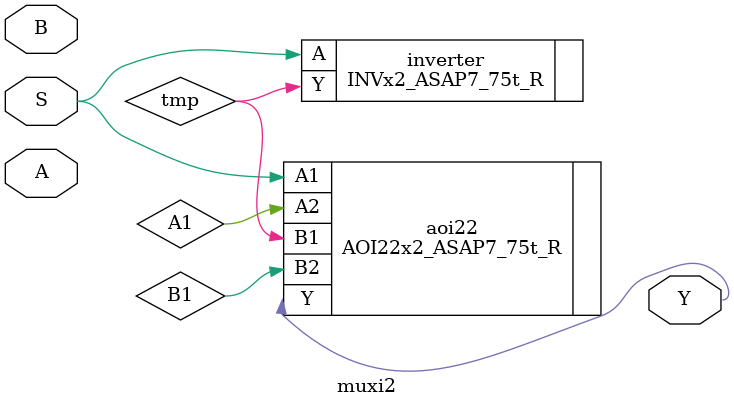
<source format=v>
module inverter
(
    Y, A
);
    output Y;
    input A;

    INVx2_ASAP7_75t_R inverter(.Y(Y), .A(A));

endmodule

// Buffer
module buffer
(
    Y, A
);
    output Y;
    input A;

    BUFx2_ASAP7_75t_R buffer(.X(Y), .A(A));

endmodule

// NAND2
module nand2
(
    Y, A, B
);
    output Y;
    input A, B;

    NAND2x2_ASAP7_75t_R nand2(.Y(Y), .A(A), .B(B));

endmodule

// NOR2
module nor2
(
    Y, A, B
);
    output Y;
    input A, B;

    NOR2x2_ASAP7_75t_R nor2(.Y(Y), .A(A), .B(B));

endmodule

// AND2
module and2
(
    Y, A, B
);
    output Y;
    input A, B;

    AND2x2_ASAP7_75t_R and2(.X(Y), .A(A), .B(B));

endmodule

// OR2
module or2
(
    Y, A, B
);
    output Y;
    input A, B;

    OR2x2_ASAP7_75t_R or2(.X(Y), .A(A), .B(B));

endmodule

// NAND3
module nand3
(
    Y, A, B, C
);
    output Y;
    input A, B, C;

    NAND3x2_ASAP7_75t_R nand3(.Y(Y), .A(A), .B(B), .C(C));

endmodule

// NOR3
module nor3
(
    Y, A, B, C
);
    output Y;
    input A, B, C;

    NOR3x2_ASAP7_75t_R nor3(.Y(Y), .A(A), .B(B), .C(C));

endmodule

// AND3
module and3
(
    Y, A, B, C
);
    output Y;
    input A, B, C;

    AND3x2_ASAP7_75t_R and3(.X(Y), .A(A), .B(B), .C(C));

endmodule

// OR3
module or3
(
    Y, A, B, C
);
    output Y;
    input A, B, C;

    OR3x2_ASAP7_75t_R or3(.X(Y), .A(A), .B(B), .C(C));

endmodule

// NAND4
module nand4
(
    Y, A, B, C, D
);
    output Y;
    input A, B, C, D;

    NAND4x2_ASAP7_75t_R nand4(.Y(Y), .A(A), .B(B), .C(C), .D(D));

endmodule

// NOR4
module nor4
(
    Y, A, B, C, D
);
    output Y;
    input A, B, C, D;

    NOR4x2_ASAP7_75t_R nor4(.Y(Y), .A(A), .B(B), .C(C), .D(D));

endmodule

// AND4
module and4
(
    Y, A, B, C, D
);
    output Y;
    input A, B, C, D;

    AND4x2_ASAP7_75t_R and4(.X(Y), .A(A), .B(B), .C(C), .D(D));

endmodule

// OR4
module or4
(
    Y, A, B, C, D
);
    output Y;
    input A, B, C, D;

    OR4x2_ASAP7_75t_R or4(.X(Y), .A(A), .B(B), .C(C), .D(D));

endmodule

// NAND2B
module nand2b
(
    Y, A, B
);
    output Y;
    input A, B;

    wire tmp;

    INVx2_ASAP7_75t_R inverter(.Y(tmp), .A(A));
    NAND2x2_ASAP7_75t_R nand2(.Y(Y), .A(tmp), .B(B));

endmodule

// NOR2B
module nor2b
(
    Y, A, B
);
    output Y;
    input A, B;

    wire tmp;

    INVx2_ASAP7_75t_R inverter(.Y(tmp), .A(A));
    NAND2x2_ASAP7_75t_R nor2(.Y(Y), .A(tmp), .B(B));

endmodule

// AO21
module ao21
(
    Y, A0, A1, B0
);
    output Y;
    input A0, A1, B0;

    AO21x2_ASAP7_75t_R ao21(.X(Y), .A1(A0), .A2(A1), .B1(B0));

endmodule

// OA21
module oa21
(
    Y, A0, A1, B0
);
    output Y;
    input A0, A1, B0;

    OA21x2_ASAP7_75t_R oa21(.X(Y), .A1(A0), .A2(A1), .B1(B0));

endmodule

// AOI21
module aoi21
(
    Y, A0, A1, B0
);
    output Y;
    input A0, A1, B0;

    AOI21x2_ASAP7_75t_R aoi21(.Y(Y), .A1(A0), .A2(A1), .B1(B0));

endmodule

// OAI21
module oai21
(
    Y, A0, A1, B0
);
    output Y;
    input A0, A1, B0;

    OAI21x2_ASAP7_75t_R oai21(.X(Y), .A1(A0), .A2(A1), .B1(B0));

endmodule

// AO22
module ao22
(
    Y, A0, A1, B0, B1
);
    output Y;
    input A0, A1, B0, B1;

    AO22x2_ASAP7_75t_R ao22(.X(Y), .A1(A0), .A2(A1), .B1(B0), .B2(B1));

endmodule

// OA22
module oa22
(
    Y, A0, A1, B0, B1
);
    output Y;
    input A0, A1, B0, B1;

    OA22x2_ASAP7_75t_R oa22(.X(Y), .A1(A0), .A2(A1), .B1(B0), .B2(B1));

endmodule

// AOI22
module aoi22
(
    Y, A0, A1, B0, B1
);
    output Y;
    input A0, A1, B0, B1;

    AOI22x2_ASAP7_75t_R aoi22(.Y(Y), .A1(A0), .A2(A1), .B1(B0), .B2(B1));

endmodule

// OAI22
module oai22
(
    Y, A0, A1, B0, B1
);
    output Y;
    input A0, A1, B0, B1;

    OAI22x2_ASAP7_75t_R oai22(.Y(Y), .A1(A0), .A2(A1), .B1(B0), .B2(B1));

endmodule

// XOR2
module xor2
(
    Y, A, B
);
    output Y;
    input A, B;

    XOR2x2_ASAP7_75t_R xor2(.X(Y), .A(A), .B(B));

endmodule

// XNOR2
module xnor2
(
    Y, A, B
);
    output Y;
    input A, B;

    XNOR2x2_ASAP7_75t_R xnor2(.Y(Y), .A(A), .B(B));

endmodule

// MUX2
module mux2
(
    Y, S, A, B
);
    output Y;
    input S, A, B;

    wire tmp, tmp2;

    INVx2_ASAP7_75t_R inverter(.Y(tmp), .A(S));
    AOI22x2_ASAP7_75t_R aoi22(.Y(tmp2), .A1(S), .A2(A1), .B1(tmp), .B2(B1));
    INVx2_ASAP7_75t_R inverter(.Y(Y), .A(tmp2));

endmodule

// MUX2I
module muxi2
(
    Y, S, A, B
);
    output Y;
    input S, A, B;

    wire tmp;

    INVx2_ASAP7_75t_R inverter(.Y(tmp), .A(S));
    AOI22x2_ASAP7_75t_R aoi22(.Y(Y), .A1(S), .A2(A1), .B1(tmp), .B2(B1));

endmodule

</source>
